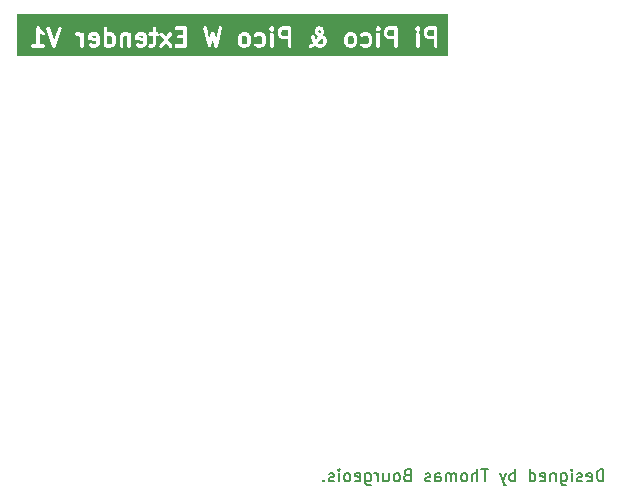
<source format=gbr>
%TF.GenerationSoftware,KiCad,Pcbnew,7.0.2*%
%TF.CreationDate,2023-10-08T18:29:29-07:00*%
%TF.ProjectId,Pi Pico Extender,50692050-6963-46f2-9045-7874656e6465,rev?*%
%TF.SameCoordinates,Original*%
%TF.FileFunction,Legend,Bot*%
%TF.FilePolarity,Positive*%
%FSLAX46Y46*%
G04 Gerber Fmt 4.6, Leading zero omitted, Abs format (unit mm)*
G04 Created by KiCad (PCBNEW 7.0.2) date 2023-10-08 18:29:29*
%MOMM*%
%LPD*%
G01*
G04 APERTURE LIST*
%ADD10C,0.150000*%
%ADD11C,0.300000*%
G04 APERTURE END LIST*
D10*
X175961904Y-118477619D02*
X175961904Y-117477619D01*
X175961904Y-117477619D02*
X175723809Y-117477619D01*
X175723809Y-117477619D02*
X175580952Y-117525238D01*
X175580952Y-117525238D02*
X175485714Y-117620476D01*
X175485714Y-117620476D02*
X175438095Y-117715714D01*
X175438095Y-117715714D02*
X175390476Y-117906190D01*
X175390476Y-117906190D02*
X175390476Y-118049047D01*
X175390476Y-118049047D02*
X175438095Y-118239523D01*
X175438095Y-118239523D02*
X175485714Y-118334761D01*
X175485714Y-118334761D02*
X175580952Y-118430000D01*
X175580952Y-118430000D02*
X175723809Y-118477619D01*
X175723809Y-118477619D02*
X175961904Y-118477619D01*
X174580952Y-118430000D02*
X174676190Y-118477619D01*
X174676190Y-118477619D02*
X174866666Y-118477619D01*
X174866666Y-118477619D02*
X174961904Y-118430000D01*
X174961904Y-118430000D02*
X175009523Y-118334761D01*
X175009523Y-118334761D02*
X175009523Y-117953809D01*
X175009523Y-117953809D02*
X174961904Y-117858571D01*
X174961904Y-117858571D02*
X174866666Y-117810952D01*
X174866666Y-117810952D02*
X174676190Y-117810952D01*
X174676190Y-117810952D02*
X174580952Y-117858571D01*
X174580952Y-117858571D02*
X174533333Y-117953809D01*
X174533333Y-117953809D02*
X174533333Y-118049047D01*
X174533333Y-118049047D02*
X175009523Y-118144285D01*
X174152380Y-118430000D02*
X174057142Y-118477619D01*
X174057142Y-118477619D02*
X173866666Y-118477619D01*
X173866666Y-118477619D02*
X173771428Y-118430000D01*
X173771428Y-118430000D02*
X173723809Y-118334761D01*
X173723809Y-118334761D02*
X173723809Y-118287142D01*
X173723809Y-118287142D02*
X173771428Y-118191904D01*
X173771428Y-118191904D02*
X173866666Y-118144285D01*
X173866666Y-118144285D02*
X174009523Y-118144285D01*
X174009523Y-118144285D02*
X174104761Y-118096666D01*
X174104761Y-118096666D02*
X174152380Y-118001428D01*
X174152380Y-118001428D02*
X174152380Y-117953809D01*
X174152380Y-117953809D02*
X174104761Y-117858571D01*
X174104761Y-117858571D02*
X174009523Y-117810952D01*
X174009523Y-117810952D02*
X173866666Y-117810952D01*
X173866666Y-117810952D02*
X173771428Y-117858571D01*
X173295237Y-118477619D02*
X173295237Y-117810952D01*
X173295237Y-117477619D02*
X173342856Y-117525238D01*
X173342856Y-117525238D02*
X173295237Y-117572857D01*
X173295237Y-117572857D02*
X173247618Y-117525238D01*
X173247618Y-117525238D02*
X173295237Y-117477619D01*
X173295237Y-117477619D02*
X173295237Y-117572857D01*
X172390476Y-117810952D02*
X172390476Y-118620476D01*
X172390476Y-118620476D02*
X172438095Y-118715714D01*
X172438095Y-118715714D02*
X172485714Y-118763333D01*
X172485714Y-118763333D02*
X172580952Y-118810952D01*
X172580952Y-118810952D02*
X172723809Y-118810952D01*
X172723809Y-118810952D02*
X172819047Y-118763333D01*
X172390476Y-118430000D02*
X172485714Y-118477619D01*
X172485714Y-118477619D02*
X172676190Y-118477619D01*
X172676190Y-118477619D02*
X172771428Y-118430000D01*
X172771428Y-118430000D02*
X172819047Y-118382380D01*
X172819047Y-118382380D02*
X172866666Y-118287142D01*
X172866666Y-118287142D02*
X172866666Y-118001428D01*
X172866666Y-118001428D02*
X172819047Y-117906190D01*
X172819047Y-117906190D02*
X172771428Y-117858571D01*
X172771428Y-117858571D02*
X172676190Y-117810952D01*
X172676190Y-117810952D02*
X172485714Y-117810952D01*
X172485714Y-117810952D02*
X172390476Y-117858571D01*
X171914285Y-117810952D02*
X171914285Y-118477619D01*
X171914285Y-117906190D02*
X171866666Y-117858571D01*
X171866666Y-117858571D02*
X171771428Y-117810952D01*
X171771428Y-117810952D02*
X171628571Y-117810952D01*
X171628571Y-117810952D02*
X171533333Y-117858571D01*
X171533333Y-117858571D02*
X171485714Y-117953809D01*
X171485714Y-117953809D02*
X171485714Y-118477619D01*
X170628571Y-118430000D02*
X170723809Y-118477619D01*
X170723809Y-118477619D02*
X170914285Y-118477619D01*
X170914285Y-118477619D02*
X171009523Y-118430000D01*
X171009523Y-118430000D02*
X171057142Y-118334761D01*
X171057142Y-118334761D02*
X171057142Y-117953809D01*
X171057142Y-117953809D02*
X171009523Y-117858571D01*
X171009523Y-117858571D02*
X170914285Y-117810952D01*
X170914285Y-117810952D02*
X170723809Y-117810952D01*
X170723809Y-117810952D02*
X170628571Y-117858571D01*
X170628571Y-117858571D02*
X170580952Y-117953809D01*
X170580952Y-117953809D02*
X170580952Y-118049047D01*
X170580952Y-118049047D02*
X171057142Y-118144285D01*
X169723809Y-118477619D02*
X169723809Y-117477619D01*
X169723809Y-118430000D02*
X169819047Y-118477619D01*
X169819047Y-118477619D02*
X170009523Y-118477619D01*
X170009523Y-118477619D02*
X170104761Y-118430000D01*
X170104761Y-118430000D02*
X170152380Y-118382380D01*
X170152380Y-118382380D02*
X170199999Y-118287142D01*
X170199999Y-118287142D02*
X170199999Y-118001428D01*
X170199999Y-118001428D02*
X170152380Y-117906190D01*
X170152380Y-117906190D02*
X170104761Y-117858571D01*
X170104761Y-117858571D02*
X170009523Y-117810952D01*
X170009523Y-117810952D02*
X169819047Y-117810952D01*
X169819047Y-117810952D02*
X169723809Y-117858571D01*
X168485713Y-118477619D02*
X168485713Y-117477619D01*
X168485713Y-117858571D02*
X168390475Y-117810952D01*
X168390475Y-117810952D02*
X168199999Y-117810952D01*
X168199999Y-117810952D02*
X168104761Y-117858571D01*
X168104761Y-117858571D02*
X168057142Y-117906190D01*
X168057142Y-117906190D02*
X168009523Y-118001428D01*
X168009523Y-118001428D02*
X168009523Y-118287142D01*
X168009523Y-118287142D02*
X168057142Y-118382380D01*
X168057142Y-118382380D02*
X168104761Y-118430000D01*
X168104761Y-118430000D02*
X168199999Y-118477619D01*
X168199999Y-118477619D02*
X168390475Y-118477619D01*
X168390475Y-118477619D02*
X168485713Y-118430000D01*
X167676189Y-117810952D02*
X167438094Y-118477619D01*
X167199999Y-117810952D02*
X167438094Y-118477619D01*
X167438094Y-118477619D02*
X167533332Y-118715714D01*
X167533332Y-118715714D02*
X167580951Y-118763333D01*
X167580951Y-118763333D02*
X167676189Y-118810952D01*
X166199998Y-117477619D02*
X165628570Y-117477619D01*
X165914284Y-118477619D02*
X165914284Y-117477619D01*
X165295236Y-118477619D02*
X165295236Y-117477619D01*
X164866665Y-118477619D02*
X164866665Y-117953809D01*
X164866665Y-117953809D02*
X164914284Y-117858571D01*
X164914284Y-117858571D02*
X165009522Y-117810952D01*
X165009522Y-117810952D02*
X165152379Y-117810952D01*
X165152379Y-117810952D02*
X165247617Y-117858571D01*
X165247617Y-117858571D02*
X165295236Y-117906190D01*
X164247617Y-118477619D02*
X164342855Y-118430000D01*
X164342855Y-118430000D02*
X164390474Y-118382380D01*
X164390474Y-118382380D02*
X164438093Y-118287142D01*
X164438093Y-118287142D02*
X164438093Y-118001428D01*
X164438093Y-118001428D02*
X164390474Y-117906190D01*
X164390474Y-117906190D02*
X164342855Y-117858571D01*
X164342855Y-117858571D02*
X164247617Y-117810952D01*
X164247617Y-117810952D02*
X164104760Y-117810952D01*
X164104760Y-117810952D02*
X164009522Y-117858571D01*
X164009522Y-117858571D02*
X163961903Y-117906190D01*
X163961903Y-117906190D02*
X163914284Y-118001428D01*
X163914284Y-118001428D02*
X163914284Y-118287142D01*
X163914284Y-118287142D02*
X163961903Y-118382380D01*
X163961903Y-118382380D02*
X164009522Y-118430000D01*
X164009522Y-118430000D02*
X164104760Y-118477619D01*
X164104760Y-118477619D02*
X164247617Y-118477619D01*
X163485712Y-118477619D02*
X163485712Y-117810952D01*
X163485712Y-117906190D02*
X163438093Y-117858571D01*
X163438093Y-117858571D02*
X163342855Y-117810952D01*
X163342855Y-117810952D02*
X163199998Y-117810952D01*
X163199998Y-117810952D02*
X163104760Y-117858571D01*
X163104760Y-117858571D02*
X163057141Y-117953809D01*
X163057141Y-117953809D02*
X163057141Y-118477619D01*
X163057141Y-117953809D02*
X163009522Y-117858571D01*
X163009522Y-117858571D02*
X162914284Y-117810952D01*
X162914284Y-117810952D02*
X162771427Y-117810952D01*
X162771427Y-117810952D02*
X162676188Y-117858571D01*
X162676188Y-117858571D02*
X162628569Y-117953809D01*
X162628569Y-117953809D02*
X162628569Y-118477619D01*
X161723808Y-118477619D02*
X161723808Y-117953809D01*
X161723808Y-117953809D02*
X161771427Y-117858571D01*
X161771427Y-117858571D02*
X161866665Y-117810952D01*
X161866665Y-117810952D02*
X162057141Y-117810952D01*
X162057141Y-117810952D02*
X162152379Y-117858571D01*
X161723808Y-118430000D02*
X161819046Y-118477619D01*
X161819046Y-118477619D02*
X162057141Y-118477619D01*
X162057141Y-118477619D02*
X162152379Y-118430000D01*
X162152379Y-118430000D02*
X162199998Y-118334761D01*
X162199998Y-118334761D02*
X162199998Y-118239523D01*
X162199998Y-118239523D02*
X162152379Y-118144285D01*
X162152379Y-118144285D02*
X162057141Y-118096666D01*
X162057141Y-118096666D02*
X161819046Y-118096666D01*
X161819046Y-118096666D02*
X161723808Y-118049047D01*
X161295236Y-118430000D02*
X161199998Y-118477619D01*
X161199998Y-118477619D02*
X161009522Y-118477619D01*
X161009522Y-118477619D02*
X160914284Y-118430000D01*
X160914284Y-118430000D02*
X160866665Y-118334761D01*
X160866665Y-118334761D02*
X160866665Y-118287142D01*
X160866665Y-118287142D02*
X160914284Y-118191904D01*
X160914284Y-118191904D02*
X161009522Y-118144285D01*
X161009522Y-118144285D02*
X161152379Y-118144285D01*
X161152379Y-118144285D02*
X161247617Y-118096666D01*
X161247617Y-118096666D02*
X161295236Y-118001428D01*
X161295236Y-118001428D02*
X161295236Y-117953809D01*
X161295236Y-117953809D02*
X161247617Y-117858571D01*
X161247617Y-117858571D02*
X161152379Y-117810952D01*
X161152379Y-117810952D02*
X161009522Y-117810952D01*
X161009522Y-117810952D02*
X160914284Y-117858571D01*
X159342855Y-117953809D02*
X159199998Y-118001428D01*
X159199998Y-118001428D02*
X159152379Y-118049047D01*
X159152379Y-118049047D02*
X159104760Y-118144285D01*
X159104760Y-118144285D02*
X159104760Y-118287142D01*
X159104760Y-118287142D02*
X159152379Y-118382380D01*
X159152379Y-118382380D02*
X159199998Y-118430000D01*
X159199998Y-118430000D02*
X159295236Y-118477619D01*
X159295236Y-118477619D02*
X159676188Y-118477619D01*
X159676188Y-118477619D02*
X159676188Y-117477619D01*
X159676188Y-117477619D02*
X159342855Y-117477619D01*
X159342855Y-117477619D02*
X159247617Y-117525238D01*
X159247617Y-117525238D02*
X159199998Y-117572857D01*
X159199998Y-117572857D02*
X159152379Y-117668095D01*
X159152379Y-117668095D02*
X159152379Y-117763333D01*
X159152379Y-117763333D02*
X159199998Y-117858571D01*
X159199998Y-117858571D02*
X159247617Y-117906190D01*
X159247617Y-117906190D02*
X159342855Y-117953809D01*
X159342855Y-117953809D02*
X159676188Y-117953809D01*
X158533331Y-118477619D02*
X158628569Y-118430000D01*
X158628569Y-118430000D02*
X158676188Y-118382380D01*
X158676188Y-118382380D02*
X158723807Y-118287142D01*
X158723807Y-118287142D02*
X158723807Y-118001428D01*
X158723807Y-118001428D02*
X158676188Y-117906190D01*
X158676188Y-117906190D02*
X158628569Y-117858571D01*
X158628569Y-117858571D02*
X158533331Y-117810952D01*
X158533331Y-117810952D02*
X158390474Y-117810952D01*
X158390474Y-117810952D02*
X158295236Y-117858571D01*
X158295236Y-117858571D02*
X158247617Y-117906190D01*
X158247617Y-117906190D02*
X158199998Y-118001428D01*
X158199998Y-118001428D02*
X158199998Y-118287142D01*
X158199998Y-118287142D02*
X158247617Y-118382380D01*
X158247617Y-118382380D02*
X158295236Y-118430000D01*
X158295236Y-118430000D02*
X158390474Y-118477619D01*
X158390474Y-118477619D02*
X158533331Y-118477619D01*
X157342855Y-117810952D02*
X157342855Y-118477619D01*
X157771426Y-117810952D02*
X157771426Y-118334761D01*
X157771426Y-118334761D02*
X157723807Y-118430000D01*
X157723807Y-118430000D02*
X157628569Y-118477619D01*
X157628569Y-118477619D02*
X157485712Y-118477619D01*
X157485712Y-118477619D02*
X157390474Y-118430000D01*
X157390474Y-118430000D02*
X157342855Y-118382380D01*
X156866664Y-118477619D02*
X156866664Y-117810952D01*
X156866664Y-118001428D02*
X156819045Y-117906190D01*
X156819045Y-117906190D02*
X156771426Y-117858571D01*
X156771426Y-117858571D02*
X156676188Y-117810952D01*
X156676188Y-117810952D02*
X156580950Y-117810952D01*
X155819045Y-117810952D02*
X155819045Y-118620476D01*
X155819045Y-118620476D02*
X155866664Y-118715714D01*
X155866664Y-118715714D02*
X155914283Y-118763333D01*
X155914283Y-118763333D02*
X156009521Y-118810952D01*
X156009521Y-118810952D02*
X156152378Y-118810952D01*
X156152378Y-118810952D02*
X156247616Y-118763333D01*
X155819045Y-118430000D02*
X155914283Y-118477619D01*
X155914283Y-118477619D02*
X156104759Y-118477619D01*
X156104759Y-118477619D02*
X156199997Y-118430000D01*
X156199997Y-118430000D02*
X156247616Y-118382380D01*
X156247616Y-118382380D02*
X156295235Y-118287142D01*
X156295235Y-118287142D02*
X156295235Y-118001428D01*
X156295235Y-118001428D02*
X156247616Y-117906190D01*
X156247616Y-117906190D02*
X156199997Y-117858571D01*
X156199997Y-117858571D02*
X156104759Y-117810952D01*
X156104759Y-117810952D02*
X155914283Y-117810952D01*
X155914283Y-117810952D02*
X155819045Y-117858571D01*
X154961902Y-118430000D02*
X155057140Y-118477619D01*
X155057140Y-118477619D02*
X155247616Y-118477619D01*
X155247616Y-118477619D02*
X155342854Y-118430000D01*
X155342854Y-118430000D02*
X155390473Y-118334761D01*
X155390473Y-118334761D02*
X155390473Y-117953809D01*
X155390473Y-117953809D02*
X155342854Y-117858571D01*
X155342854Y-117858571D02*
X155247616Y-117810952D01*
X155247616Y-117810952D02*
X155057140Y-117810952D01*
X155057140Y-117810952D02*
X154961902Y-117858571D01*
X154961902Y-117858571D02*
X154914283Y-117953809D01*
X154914283Y-117953809D02*
X154914283Y-118049047D01*
X154914283Y-118049047D02*
X155390473Y-118144285D01*
X154342854Y-118477619D02*
X154438092Y-118430000D01*
X154438092Y-118430000D02*
X154485711Y-118382380D01*
X154485711Y-118382380D02*
X154533330Y-118287142D01*
X154533330Y-118287142D02*
X154533330Y-118001428D01*
X154533330Y-118001428D02*
X154485711Y-117906190D01*
X154485711Y-117906190D02*
X154438092Y-117858571D01*
X154438092Y-117858571D02*
X154342854Y-117810952D01*
X154342854Y-117810952D02*
X154199997Y-117810952D01*
X154199997Y-117810952D02*
X154104759Y-117858571D01*
X154104759Y-117858571D02*
X154057140Y-117906190D01*
X154057140Y-117906190D02*
X154009521Y-118001428D01*
X154009521Y-118001428D02*
X154009521Y-118287142D01*
X154009521Y-118287142D02*
X154057140Y-118382380D01*
X154057140Y-118382380D02*
X154104759Y-118430000D01*
X154104759Y-118430000D02*
X154199997Y-118477619D01*
X154199997Y-118477619D02*
X154342854Y-118477619D01*
X153580949Y-118477619D02*
X153580949Y-117810952D01*
X153580949Y-117477619D02*
X153628568Y-117525238D01*
X153628568Y-117525238D02*
X153580949Y-117572857D01*
X153580949Y-117572857D02*
X153533330Y-117525238D01*
X153533330Y-117525238D02*
X153580949Y-117477619D01*
X153580949Y-117477619D02*
X153580949Y-117572857D01*
X153152378Y-118430000D02*
X153057140Y-118477619D01*
X153057140Y-118477619D02*
X152866664Y-118477619D01*
X152866664Y-118477619D02*
X152771426Y-118430000D01*
X152771426Y-118430000D02*
X152723807Y-118334761D01*
X152723807Y-118334761D02*
X152723807Y-118287142D01*
X152723807Y-118287142D02*
X152771426Y-118191904D01*
X152771426Y-118191904D02*
X152866664Y-118144285D01*
X152866664Y-118144285D02*
X153009521Y-118144285D01*
X153009521Y-118144285D02*
X153104759Y-118096666D01*
X153104759Y-118096666D02*
X153152378Y-118001428D01*
X153152378Y-118001428D02*
X153152378Y-117953809D01*
X153152378Y-117953809D02*
X153104759Y-117858571D01*
X153104759Y-117858571D02*
X153009521Y-117810952D01*
X153009521Y-117810952D02*
X152866664Y-117810952D01*
X152866664Y-117810952D02*
X152771426Y-117858571D01*
X152295235Y-118382380D02*
X152247616Y-118430000D01*
X152247616Y-118430000D02*
X152295235Y-118477619D01*
X152295235Y-118477619D02*
X152342854Y-118430000D01*
X152342854Y-118430000D02*
X152295235Y-118382380D01*
X152295235Y-118382380D02*
X152295235Y-118477619D01*
D11*
G36*
X132992367Y-80787660D02*
G01*
X133025599Y-80854124D01*
X133025599Y-80921457D01*
X132618369Y-80840011D01*
X132644545Y-80787659D01*
X132711009Y-80754428D01*
X132925903Y-80754428D01*
X132992367Y-80787660D01*
G37*
G36*
X134301032Y-80799135D02*
G01*
X134338035Y-80836138D01*
X134382742Y-80925552D01*
X134382742Y-81283304D01*
X134338035Y-81372717D01*
X134301030Y-81409722D01*
X134211618Y-81454428D01*
X133996724Y-81454428D01*
X133968457Y-81440294D01*
X133968457Y-80768561D01*
X133996724Y-80754428D01*
X134211617Y-80754428D01*
X134301032Y-80799135D01*
G37*
G36*
X136992367Y-80787660D02*
G01*
X137025599Y-80854124D01*
X137025599Y-80921457D01*
X136618369Y-80840011D01*
X136644545Y-80787659D01*
X136711009Y-80754428D01*
X136925903Y-80754428D01*
X136992367Y-80787660D01*
G37*
G36*
X145729604Y-80799135D02*
G01*
X145766607Y-80836138D01*
X145811314Y-80925552D01*
X145811314Y-81283303D01*
X145766606Y-81372718D01*
X145729602Y-81409722D01*
X145640190Y-81454428D01*
X145496724Y-81454428D01*
X145407309Y-81409720D01*
X145370307Y-81372718D01*
X145325600Y-81283304D01*
X145325600Y-80925552D01*
X145370307Y-80836138D01*
X145407311Y-80799134D01*
X145496724Y-80754428D01*
X145640189Y-80754428D01*
X145729604Y-80799135D01*
G37*
G36*
X152151465Y-81006709D02*
G01*
X152195179Y-81050424D01*
X152239886Y-81139837D01*
X152239886Y-81283303D01*
X152195179Y-81372716D01*
X152158174Y-81409722D01*
X152068762Y-81454428D01*
X151925296Y-81454428D01*
X151835882Y-81409721D01*
X151789203Y-81363041D01*
X151776548Y-81346168D01*
X152053836Y-81013422D01*
X152061690Y-81009994D01*
X152081676Y-80980014D01*
X152090355Y-80969600D01*
X152091576Y-80966783D01*
X152151465Y-81006709D01*
G37*
G36*
X151992368Y-80287660D02*
G01*
X152025600Y-80354123D01*
X152025600Y-80437228D01*
X151991504Y-80539515D01*
X151914023Y-80487862D01*
X151870307Y-80444145D01*
X151825600Y-80354731D01*
X151825600Y-80354125D01*
X151858832Y-80287659D01*
X151925296Y-80254428D01*
X151925903Y-80254428D01*
X151992368Y-80287660D01*
G37*
G36*
X154729604Y-80799135D02*
G01*
X154766607Y-80836138D01*
X154811314Y-80925552D01*
X154811314Y-81283303D01*
X154766606Y-81372718D01*
X154729602Y-81409722D01*
X154640190Y-81454428D01*
X154496724Y-81454428D01*
X154407309Y-81409720D01*
X154370307Y-81372718D01*
X154325600Y-81283304D01*
X154325600Y-80925553D01*
X154370307Y-80836139D01*
X154407311Y-80799134D01*
X154496724Y-80754428D01*
X154640189Y-80754428D01*
X154729604Y-80799135D01*
G37*
G36*
X149239886Y-80740142D02*
G01*
X148853867Y-80740142D01*
X148764453Y-80695435D01*
X148727448Y-80658430D01*
X148682743Y-80569017D01*
X148682743Y-80425551D01*
X148727449Y-80336138D01*
X148764453Y-80299134D01*
X148853867Y-80254428D01*
X149239886Y-80254428D01*
X149239886Y-80740142D01*
G37*
G36*
X158239886Y-80740142D02*
G01*
X157853867Y-80740142D01*
X157764453Y-80695435D01*
X157727448Y-80658430D01*
X157682743Y-80569017D01*
X157682743Y-80425551D01*
X157727449Y-80336138D01*
X157764453Y-80299134D01*
X157853867Y-80254428D01*
X158239886Y-80254428D01*
X158239886Y-80740142D01*
G37*
G36*
X161597029Y-80740142D02*
G01*
X161211010Y-80740142D01*
X161121596Y-80695435D01*
X161084591Y-80658430D01*
X161039886Y-80569017D01*
X161039886Y-80425551D01*
X161084592Y-80336138D01*
X161121596Y-80299134D01*
X161211010Y-80254428D01*
X161597029Y-80254428D01*
X161597029Y-80740142D01*
G37*
G36*
X162768458Y-82452286D02*
G01*
X126275601Y-82452286D01*
X126275601Y-81626677D01*
X127520858Y-81626677D01*
X127557451Y-81706804D01*
X127631556Y-81754428D01*
X128093441Y-81754428D01*
X128126421Y-81759170D01*
X128136804Y-81754428D01*
X128554311Y-81754428D01*
X128617263Y-81735944D01*
X128674948Y-81669371D01*
X128687485Y-81582179D01*
X128650892Y-81502052D01*
X128576787Y-81454428D01*
X128254172Y-81454428D01*
X128254172Y-80537989D01*
X128270519Y-80554336D01*
X128283409Y-80576038D01*
X128320379Y-80594523D01*
X128356655Y-80614331D01*
X128359577Y-80614122D01*
X128484951Y-80676809D01*
X128549524Y-80688430D01*
X128630891Y-80654683D01*
X128681098Y-80582303D01*
X128684203Y-80494270D01*
X128639219Y-80418533D01*
X128478741Y-80338294D01*
X128363598Y-80223151D01*
X128288216Y-80110078D01*
X128805084Y-80110078D01*
X129310430Y-81626119D01*
X129309819Y-81643022D01*
X129324090Y-81667100D01*
X129325832Y-81672324D01*
X129335041Y-81685575D01*
X129354734Y-81718799D01*
X129359946Y-81721411D01*
X129363275Y-81726200D01*
X129398958Y-81740961D01*
X129433488Y-81758265D01*
X129439287Y-81757644D01*
X129444673Y-81759872D01*
X129482670Y-81752999D01*
X129521074Y-81748888D01*
X129525614Y-81745232D01*
X129531355Y-81744194D01*
X129559615Y-81717858D01*
X129589689Y-81693646D01*
X129591532Y-81688114D01*
X129595798Y-81684140D01*
X129605330Y-81646722D01*
X129945345Y-80626677D01*
X131235143Y-80626677D01*
X131271736Y-80706804D01*
X131345841Y-80754428D01*
X131497332Y-80754428D01*
X131586746Y-80799135D01*
X131623750Y-80836139D01*
X131668457Y-80925551D01*
X131668457Y-81625996D01*
X131686941Y-81688948D01*
X131753514Y-81746633D01*
X131840706Y-81759170D01*
X131920833Y-81722577D01*
X131968457Y-81648472D01*
X131968456Y-80953041D01*
X132305214Y-80953041D01*
X132311314Y-80978975D01*
X132311314Y-80983139D01*
X132316235Y-80999900D01*
X132325382Y-81038788D01*
X132328554Y-81041855D01*
X132329798Y-81046091D01*
X132359995Y-81072256D01*
X132388708Y-81100020D01*
X132393035Y-81100885D01*
X132396371Y-81103776D01*
X132435923Y-81109463D01*
X133025599Y-81227398D01*
X133025599Y-81354732D01*
X132992367Y-81421196D01*
X132925904Y-81454428D01*
X132711009Y-81454428D01*
X132580533Y-81389190D01*
X132515960Y-81377570D01*
X132434593Y-81411317D01*
X132384386Y-81483698D01*
X132381282Y-81571730D01*
X132426266Y-81647467D01*
X132601293Y-81734980D01*
X132631555Y-81754428D01*
X132662207Y-81754428D01*
X132692381Y-81759858D01*
X132705473Y-81754428D01*
X132953238Y-81754428D01*
X132989001Y-81758289D01*
X133016415Y-81744581D01*
X133045834Y-81735944D01*
X133055115Y-81725232D01*
X133137074Y-81684253D01*
X133142902Y-81684459D01*
X133176106Y-81664737D01*
X133190544Y-81657519D01*
X133194577Y-81653766D01*
X133218639Y-81639476D01*
X133226201Y-81624351D01*
X133238584Y-81612833D01*
X133245517Y-81585717D01*
X133306152Y-81464445D01*
X133325599Y-81434186D01*
X133325598Y-81403534D01*
X133331029Y-81373360D01*
X133325599Y-81360268D01*
X133325599Y-81130194D01*
X133331700Y-81112959D01*
X133325598Y-81087019D01*
X133325599Y-80826790D01*
X133329460Y-80791027D01*
X133315752Y-80763612D01*
X133307115Y-80734194D01*
X133296403Y-80724912D01*
X133274631Y-80681367D01*
X133662222Y-80681367D01*
X133668457Y-80700128D01*
X133668457Y-81530323D01*
X133666997Y-81571730D01*
X133668457Y-81574188D01*
X133668457Y-81625996D01*
X133686941Y-81688948D01*
X133753514Y-81746633D01*
X133840706Y-81759170D01*
X133889777Y-81736759D01*
X133917270Y-81754428D01*
X133947922Y-81754428D01*
X133978096Y-81759858D01*
X133991188Y-81754428D01*
X134238952Y-81754428D01*
X134274715Y-81758289D01*
X134302129Y-81744581D01*
X134331548Y-81735944D01*
X134340829Y-81725232D01*
X134440145Y-81675574D01*
X134464807Y-81670210D01*
X134494018Y-81640998D01*
X134524298Y-81612833D01*
X134525024Y-81609992D01*
X134554081Y-81580935D01*
X134575781Y-81568047D01*
X134594255Y-81531097D01*
X134614075Y-81494802D01*
X134613865Y-81491877D01*
X134663294Y-81393019D01*
X134682742Y-81362758D01*
X134682742Y-81332106D01*
X134688172Y-81301932D01*
X134682742Y-81288839D01*
X134682742Y-80898218D01*
X134686603Y-80862455D01*
X134673123Y-80835496D01*
X135020170Y-80835496D01*
X135025600Y-80848588D01*
X135025600Y-81625996D01*
X135044084Y-81688948D01*
X135110657Y-81746633D01*
X135197849Y-81759170D01*
X135277976Y-81722577D01*
X135325600Y-81648472D01*
X135325600Y-80854123D01*
X135358831Y-80787659D01*
X135425295Y-80754428D01*
X135568760Y-80754428D01*
X135658175Y-80799135D01*
X135668457Y-80809417D01*
X135668457Y-81625996D01*
X135686941Y-81688948D01*
X135753514Y-81746633D01*
X135840706Y-81759170D01*
X135920833Y-81722577D01*
X135968457Y-81648472D01*
X135968457Y-80953041D01*
X136305214Y-80953041D01*
X136311314Y-80978975D01*
X136311314Y-80983139D01*
X136316235Y-80999900D01*
X136325382Y-81038788D01*
X136328554Y-81041855D01*
X136329798Y-81046091D01*
X136359995Y-81072256D01*
X136388708Y-81100020D01*
X136393035Y-81100885D01*
X136396371Y-81103776D01*
X136435923Y-81109463D01*
X137025599Y-81227398D01*
X137025599Y-81354732D01*
X136992367Y-81421196D01*
X136925904Y-81454428D01*
X136711009Y-81454428D01*
X136580533Y-81389190D01*
X136515960Y-81377570D01*
X136434593Y-81411317D01*
X136384386Y-81483698D01*
X136381282Y-81571730D01*
X136426266Y-81647467D01*
X136601293Y-81734980D01*
X136631555Y-81754428D01*
X136662207Y-81754428D01*
X136692381Y-81759858D01*
X136705473Y-81754428D01*
X136953238Y-81754428D01*
X136989001Y-81758289D01*
X137016415Y-81744581D01*
X137045834Y-81735944D01*
X137055115Y-81725232D01*
X137137074Y-81684253D01*
X137142902Y-81684459D01*
X137176106Y-81664737D01*
X137190544Y-81657519D01*
X137194577Y-81653766D01*
X137218639Y-81639476D01*
X137225038Y-81626677D01*
X137449429Y-81626677D01*
X137486022Y-81706804D01*
X137560127Y-81754428D01*
X137738952Y-81754428D01*
X137774715Y-81758289D01*
X137802129Y-81744581D01*
X137831548Y-81735944D01*
X137840829Y-81725232D01*
X137922786Y-81684254D01*
X137928615Y-81684460D01*
X137961819Y-81664737D01*
X137976258Y-81657519D01*
X137980292Y-81653766D01*
X138004352Y-81639476D01*
X138011913Y-81624352D01*
X138024298Y-81612833D01*
X138030230Y-81589634D01*
X138377111Y-81589634D01*
X138393820Y-81676123D01*
X138454635Y-81739850D01*
X138540248Y-81760581D01*
X138623479Y-81731734D01*
X138925599Y-81347216D01*
X139213834Y-81714060D01*
X139267262Y-81752141D01*
X139355248Y-81756369D01*
X139431554Y-81712358D01*
X139471952Y-81634080D01*
X139471248Y-81626677D01*
X139663715Y-81626677D01*
X139700308Y-81706804D01*
X139774413Y-81754428D01*
X140522012Y-81754428D01*
X140554992Y-81759170D01*
X140585298Y-81745329D01*
X140617263Y-81735944D01*
X140624737Y-81727318D01*
X140635119Y-81722577D01*
X140653131Y-81694549D01*
X140674948Y-81669371D01*
X140676572Y-81658073D01*
X140682743Y-81648472D01*
X140682743Y-81615158D01*
X140687485Y-81582179D01*
X140682743Y-81571795D01*
X140682743Y-80829444D01*
X140687485Y-80796465D01*
X140682743Y-80786081D01*
X140682743Y-80115158D01*
X140685451Y-80096325D01*
X142090907Y-80096325D01*
X142454610Y-81623882D01*
X142455318Y-81652207D01*
X142476808Y-81683876D01*
X142495808Y-81717112D01*
X142501303Y-81719974D01*
X142504780Y-81725098D01*
X142539983Y-81740123D01*
X142573932Y-81757808D01*
X142580098Y-81757245D01*
X142585797Y-81759678D01*
X142623540Y-81753284D01*
X142661656Y-81749809D01*
X142666541Y-81746000D01*
X142672648Y-81744966D01*
X142700933Y-81719190D01*
X142731129Y-81695652D01*
X142733180Y-81689805D01*
X142737758Y-81685634D01*
X142747620Y-81648650D01*
X142760293Y-81612532D01*
X142758858Y-81606507D01*
X142889885Y-81115155D01*
X143026615Y-81627891D01*
X143028084Y-81656188D01*
X143050419Y-81687272D01*
X143070302Y-81719981D01*
X143075871Y-81722694D01*
X143079485Y-81727724D01*
X143115079Y-81741798D01*
X143149491Y-81758565D01*
X143155641Y-81757837D01*
X143161403Y-81760115D01*
X143198959Y-81752710D01*
X143236969Y-81748212D01*
X143241750Y-81744273D01*
X143247826Y-81743076D01*
X143275407Y-81716551D01*
X143304962Y-81692209D01*
X143306855Y-81686309D01*
X143311319Y-81682017D01*
X143320182Y-81644790D01*
X143331884Y-81608335D01*
X143330287Y-81602348D01*
X143495865Y-80906923D01*
X145020170Y-80906923D01*
X145025600Y-80920015D01*
X145025600Y-81310638D01*
X145021739Y-81346402D01*
X145035446Y-81373816D01*
X145044084Y-81403234D01*
X145054796Y-81412516D01*
X145104454Y-81511830D01*
X145109819Y-81536492D01*
X145139025Y-81565698D01*
X145167196Y-81595984D01*
X145170036Y-81596710D01*
X145199091Y-81625766D01*
X145211981Y-81647467D01*
X145248939Y-81665946D01*
X145285225Y-81685760D01*
X145288149Y-81685550D01*
X145387008Y-81734980D01*
X145417270Y-81754428D01*
X145447922Y-81754428D01*
X145478096Y-81759858D01*
X145491188Y-81754428D01*
X145667524Y-81754428D01*
X145703287Y-81758289D01*
X145730701Y-81744581D01*
X145760120Y-81735944D01*
X145769401Y-81725232D01*
X145868717Y-81675574D01*
X145893379Y-81670210D01*
X145922590Y-81640998D01*
X145952870Y-81612833D01*
X145953596Y-81609992D01*
X145982653Y-81580935D01*
X146004353Y-81568047D01*
X146022827Y-81531097D01*
X146042647Y-81494802D01*
X146042437Y-81491877D01*
X146091866Y-81393019D01*
X146111314Y-81362758D01*
X146111314Y-81332106D01*
X146116744Y-81301932D01*
X146111314Y-81288839D01*
X146111314Y-80898218D01*
X146115175Y-80862455D01*
X146101467Y-80835040D01*
X146092830Y-80805622D01*
X146082118Y-80796340D01*
X146032460Y-80697022D01*
X146029054Y-80681367D01*
X146376508Y-80681367D01*
X146404288Y-80764960D01*
X146472852Y-80820263D01*
X146560431Y-80829718D01*
X146711010Y-80754428D01*
X146925903Y-80754428D01*
X147015318Y-80799135D01*
X147052321Y-80836138D01*
X147097028Y-80925552D01*
X147097028Y-81283304D01*
X147052320Y-81372718D01*
X147015316Y-81409722D01*
X146925904Y-81454428D01*
X146711010Y-81454428D01*
X146580534Y-81389190D01*
X146515961Y-81377570D01*
X146434594Y-81411317D01*
X146384387Y-81483698D01*
X146381283Y-81571730D01*
X146426267Y-81647467D01*
X146601294Y-81734980D01*
X146631556Y-81754428D01*
X146662208Y-81754428D01*
X146692382Y-81759858D01*
X146705474Y-81754428D01*
X146953238Y-81754428D01*
X146989001Y-81758289D01*
X147016415Y-81744581D01*
X147045834Y-81735944D01*
X147055115Y-81725232D01*
X147154431Y-81675574D01*
X147179093Y-81670210D01*
X147208304Y-81640998D01*
X147224433Y-81625996D01*
X147739886Y-81625996D01*
X147758370Y-81688948D01*
X147824943Y-81746633D01*
X147912135Y-81759170D01*
X147992262Y-81722577D01*
X148039886Y-81648472D01*
X148039886Y-80582860D01*
X148021402Y-80519908D01*
X147954829Y-80462223D01*
X147867637Y-80449686D01*
X147787510Y-80486279D01*
X147739886Y-80560384D01*
X147739886Y-81625996D01*
X147224433Y-81625996D01*
X147238584Y-81612833D01*
X147239310Y-81609992D01*
X147268367Y-81580935D01*
X147290067Y-81568047D01*
X147308541Y-81531097D01*
X147328361Y-81494802D01*
X147328151Y-81491877D01*
X147377580Y-81393019D01*
X147397028Y-81362758D01*
X147397028Y-81332106D01*
X147402458Y-81301932D01*
X147397028Y-81288839D01*
X147397028Y-80898218D01*
X147400889Y-80862455D01*
X147387181Y-80835040D01*
X147378544Y-80805622D01*
X147367832Y-80796340D01*
X147318174Y-80697022D01*
X147312809Y-80672362D01*
X147283601Y-80643154D01*
X147255433Y-80612872D01*
X147252592Y-80612145D01*
X147223534Y-80583088D01*
X147210647Y-80561390D01*
X147173697Y-80542915D01*
X147137401Y-80523096D01*
X147134477Y-80523305D01*
X147035623Y-80473878D01*
X147005358Y-80454428D01*
X146974705Y-80454428D01*
X146944533Y-80448998D01*
X146931441Y-80454428D01*
X146683675Y-80454428D01*
X146647911Y-80450567D01*
X146620495Y-80464275D01*
X146591080Y-80472912D01*
X146581798Y-80483623D01*
X146446370Y-80551339D01*
X146398330Y-80596024D01*
X146376508Y-80681367D01*
X146029054Y-80681367D01*
X146027095Y-80672362D01*
X145997887Y-80643154D01*
X145969719Y-80612872D01*
X145966878Y-80612145D01*
X145937820Y-80583088D01*
X145924933Y-80561390D01*
X145887983Y-80542915D01*
X145851687Y-80523096D01*
X145848763Y-80523305D01*
X145749909Y-80473878D01*
X145719644Y-80454428D01*
X145688991Y-80454428D01*
X145658819Y-80448998D01*
X145645727Y-80454428D01*
X145469389Y-80454428D01*
X145433625Y-80450567D01*
X145406209Y-80464275D01*
X145376794Y-80472912D01*
X145367512Y-80483623D01*
X145268197Y-80533281D01*
X145243534Y-80538647D01*
X145214303Y-80567877D01*
X145184044Y-80596024D01*
X145183317Y-80598863D01*
X145154260Y-80627921D01*
X145132562Y-80640809D01*
X145114086Y-80677760D01*
X145094268Y-80714054D01*
X145094477Y-80716978D01*
X145045050Y-80815832D01*
X145025600Y-80846098D01*
X145025600Y-80876751D01*
X145020170Y-80906923D01*
X143495865Y-80906923D01*
X143614913Y-80406924D01*
X148377313Y-80406924D01*
X148382743Y-80420016D01*
X148382743Y-80596351D01*
X148378882Y-80632115D01*
X148392589Y-80659529D01*
X148401227Y-80688948D01*
X148411938Y-80698229D01*
X148461596Y-80797545D01*
X148466961Y-80822207D01*
X148496166Y-80851412D01*
X148524338Y-80881698D01*
X148527178Y-80882424D01*
X148556235Y-80911481D01*
X148569124Y-80933181D01*
X148606073Y-80951655D01*
X148642369Y-80971475D01*
X148645293Y-80971265D01*
X148744151Y-81020694D01*
X148774413Y-81040142D01*
X148805065Y-81040142D01*
X148835239Y-81045572D01*
X148848331Y-81040142D01*
X149239886Y-81040142D01*
X149239886Y-81625996D01*
X149258370Y-81688948D01*
X149324943Y-81746633D01*
X149412135Y-81759170D01*
X149492262Y-81722577D01*
X149539886Y-81648472D01*
X149539886Y-81626677D01*
X151020858Y-81626677D01*
X151057451Y-81706804D01*
X151131556Y-81754428D01*
X151238953Y-81754428D01*
X151274716Y-81758289D01*
X151302130Y-81744581D01*
X151331549Y-81735944D01*
X151340830Y-81725232D01*
X151440146Y-81675575D01*
X151464809Y-81670210D01*
X151494030Y-81640987D01*
X151524299Y-81612833D01*
X151525025Y-81609993D01*
X151567534Y-81567483D01*
X151568541Y-81568826D01*
X151577172Y-81575275D01*
X151627664Y-81625767D01*
X151640553Y-81647467D01*
X151677502Y-81665941D01*
X151713798Y-81685761D01*
X151716722Y-81685551D01*
X151815580Y-81734980D01*
X151845842Y-81754428D01*
X151876494Y-81754428D01*
X151906668Y-81759858D01*
X151919760Y-81754428D01*
X152096098Y-81754428D01*
X152131858Y-81758289D01*
X152159273Y-81744581D01*
X152188691Y-81735944D01*
X152197972Y-81725232D01*
X152297291Y-81675574D01*
X152321952Y-81670209D01*
X152351150Y-81641010D01*
X152381442Y-81612834D01*
X152382168Y-81609990D01*
X152411221Y-81580937D01*
X152432924Y-81568048D01*
X152451411Y-81531073D01*
X152471218Y-81494801D01*
X152471008Y-81491878D01*
X152520438Y-81393019D01*
X152539886Y-81362758D01*
X152539886Y-81332105D01*
X152545316Y-81301933D01*
X152539886Y-81288840D01*
X152539886Y-81112502D01*
X152543747Y-81076739D01*
X152530038Y-81049323D01*
X152521402Y-81019908D01*
X152510690Y-81010626D01*
X152461031Y-80911311D01*
X152460077Y-80906923D01*
X154020170Y-80906923D01*
X154025600Y-80920015D01*
X154025600Y-81310638D01*
X154021739Y-81346402D01*
X154035446Y-81373816D01*
X154044084Y-81403234D01*
X154054796Y-81412516D01*
X154104454Y-81511830D01*
X154109819Y-81536492D01*
X154139025Y-81565698D01*
X154167196Y-81595984D01*
X154170036Y-81596710D01*
X154199091Y-81625766D01*
X154211981Y-81647467D01*
X154248939Y-81665946D01*
X154285225Y-81685760D01*
X154288149Y-81685550D01*
X154387008Y-81734980D01*
X154417270Y-81754428D01*
X154447922Y-81754428D01*
X154478096Y-81759858D01*
X154491188Y-81754428D01*
X154667524Y-81754428D01*
X154703287Y-81758289D01*
X154730701Y-81744581D01*
X154760120Y-81735944D01*
X154769401Y-81725232D01*
X154868717Y-81675574D01*
X154893379Y-81670210D01*
X154922590Y-81640998D01*
X154952870Y-81612833D01*
X154953596Y-81609992D01*
X154982653Y-81580935D01*
X155004353Y-81568047D01*
X155022827Y-81531097D01*
X155042647Y-81494802D01*
X155042437Y-81491877D01*
X155091866Y-81393019D01*
X155111314Y-81362758D01*
X155111314Y-81332106D01*
X155116744Y-81301932D01*
X155111314Y-81288839D01*
X155111314Y-80898218D01*
X155115175Y-80862455D01*
X155101467Y-80835040D01*
X155092830Y-80805622D01*
X155082118Y-80796340D01*
X155032460Y-80697022D01*
X155029054Y-80681367D01*
X155376508Y-80681367D01*
X155404288Y-80764960D01*
X155472852Y-80820263D01*
X155560431Y-80829718D01*
X155711010Y-80754428D01*
X155925903Y-80754428D01*
X156015318Y-80799135D01*
X156052321Y-80836138D01*
X156097028Y-80925552D01*
X156097028Y-81283303D01*
X156052320Y-81372718D01*
X156015316Y-81409722D01*
X155925904Y-81454428D01*
X155711010Y-81454428D01*
X155580534Y-81389190D01*
X155515961Y-81377570D01*
X155434594Y-81411317D01*
X155384387Y-81483698D01*
X155381283Y-81571730D01*
X155426267Y-81647467D01*
X155601294Y-81734980D01*
X155631556Y-81754428D01*
X155662208Y-81754428D01*
X155692382Y-81759858D01*
X155705474Y-81754428D01*
X155953238Y-81754428D01*
X155989001Y-81758289D01*
X156016415Y-81744581D01*
X156045834Y-81735944D01*
X156055115Y-81725232D01*
X156154431Y-81675574D01*
X156179093Y-81670210D01*
X156208304Y-81640998D01*
X156224433Y-81625996D01*
X156739886Y-81625996D01*
X156758370Y-81688948D01*
X156824943Y-81746633D01*
X156912135Y-81759170D01*
X156992262Y-81722577D01*
X157039886Y-81648472D01*
X157039886Y-80582860D01*
X157021402Y-80519908D01*
X156954829Y-80462223D01*
X156867637Y-80449686D01*
X156787510Y-80486279D01*
X156739886Y-80560384D01*
X156739886Y-81625996D01*
X156224433Y-81625996D01*
X156238584Y-81612833D01*
X156239310Y-81609992D01*
X156268367Y-81580935D01*
X156290067Y-81568047D01*
X156308541Y-81531097D01*
X156328361Y-81494802D01*
X156328151Y-81491877D01*
X156377580Y-81393019D01*
X156397028Y-81362758D01*
X156397028Y-81332106D01*
X156402458Y-81301932D01*
X156397028Y-81288839D01*
X156397028Y-80898218D01*
X156400889Y-80862455D01*
X156387181Y-80835040D01*
X156378544Y-80805622D01*
X156367832Y-80796340D01*
X156318174Y-80697022D01*
X156312809Y-80672362D01*
X156283601Y-80643154D01*
X156255433Y-80612872D01*
X156252592Y-80612145D01*
X156223534Y-80583088D01*
X156210647Y-80561390D01*
X156173697Y-80542915D01*
X156137401Y-80523096D01*
X156134477Y-80523305D01*
X156035623Y-80473878D01*
X156005358Y-80454428D01*
X155974705Y-80454428D01*
X155944533Y-80448998D01*
X155931441Y-80454428D01*
X155683675Y-80454428D01*
X155647911Y-80450567D01*
X155620495Y-80464275D01*
X155591080Y-80472912D01*
X155581798Y-80483623D01*
X155446370Y-80551339D01*
X155398330Y-80596024D01*
X155376508Y-80681367D01*
X155029054Y-80681367D01*
X155027095Y-80672362D01*
X154997887Y-80643154D01*
X154969719Y-80612872D01*
X154966878Y-80612145D01*
X154937820Y-80583088D01*
X154924933Y-80561390D01*
X154887983Y-80542915D01*
X154851687Y-80523096D01*
X154848763Y-80523305D01*
X154749909Y-80473878D01*
X154719644Y-80454428D01*
X154688991Y-80454428D01*
X154658819Y-80448998D01*
X154645727Y-80454428D01*
X154469389Y-80454428D01*
X154433625Y-80450567D01*
X154406209Y-80464275D01*
X154376794Y-80472912D01*
X154367512Y-80483623D01*
X154268197Y-80533281D01*
X154243534Y-80538647D01*
X154214303Y-80567877D01*
X154184044Y-80596024D01*
X154183317Y-80598863D01*
X154154260Y-80627921D01*
X154132562Y-80640809D01*
X154114086Y-80677760D01*
X154094268Y-80714054D01*
X154094477Y-80716978D01*
X154045050Y-80815832D01*
X154025600Y-80846098D01*
X154025600Y-80876751D01*
X154020170Y-80906923D01*
X152460077Y-80906923D01*
X152455667Y-80886650D01*
X152426452Y-80857435D01*
X152398290Y-80827158D01*
X152395449Y-80826431D01*
X152373153Y-80804135D01*
X152366881Y-80789766D01*
X152342592Y-80773573D01*
X152337845Y-80768826D01*
X152324722Y-80761660D01*
X152250235Y-80712002D01*
X152311955Y-80526845D01*
X152325600Y-80505615D01*
X152325600Y-80464302D01*
X152327095Y-80422978D01*
X152325600Y-80420455D01*
X152325600Y-80406924D01*
X157377313Y-80406924D01*
X157382743Y-80420016D01*
X157382743Y-80596351D01*
X157378882Y-80632115D01*
X157392589Y-80659529D01*
X157401227Y-80688948D01*
X157411938Y-80698229D01*
X157461596Y-80797545D01*
X157466961Y-80822207D01*
X157496166Y-80851412D01*
X157524338Y-80881698D01*
X157527178Y-80882424D01*
X157556235Y-80911481D01*
X157569124Y-80933181D01*
X157606073Y-80951655D01*
X157642369Y-80971475D01*
X157645293Y-80971265D01*
X157744151Y-81020694D01*
X157774413Y-81040142D01*
X157805065Y-81040142D01*
X157835239Y-81045572D01*
X157848331Y-81040142D01*
X158239886Y-81040142D01*
X158239886Y-81625996D01*
X158258370Y-81688948D01*
X158324943Y-81746633D01*
X158412135Y-81759170D01*
X158492262Y-81722577D01*
X158539886Y-81648472D01*
X158539886Y-81625996D01*
X160097029Y-81625996D01*
X160115513Y-81688948D01*
X160182086Y-81746633D01*
X160269278Y-81759170D01*
X160349405Y-81722577D01*
X160397029Y-81648472D01*
X160397029Y-80582860D01*
X160378545Y-80519908D01*
X160311972Y-80462223D01*
X160224780Y-80449686D01*
X160144653Y-80486279D01*
X160097029Y-80560384D01*
X160097029Y-81625996D01*
X158539886Y-81625996D01*
X158539886Y-80900872D01*
X158544628Y-80867893D01*
X158539886Y-80857509D01*
X158539886Y-80406924D01*
X160734456Y-80406924D01*
X160739886Y-80420016D01*
X160739886Y-80596351D01*
X160736025Y-80632115D01*
X160749732Y-80659529D01*
X160758370Y-80688948D01*
X160769081Y-80698229D01*
X160818739Y-80797545D01*
X160824104Y-80822207D01*
X160853309Y-80851412D01*
X160881481Y-80881698D01*
X160884321Y-80882424D01*
X160913378Y-80911481D01*
X160926267Y-80933181D01*
X160963216Y-80951655D01*
X160999512Y-80971475D01*
X161002436Y-80971265D01*
X161101294Y-81020694D01*
X161131556Y-81040142D01*
X161162208Y-81040142D01*
X161192382Y-81045572D01*
X161205474Y-81040142D01*
X161597029Y-81040142D01*
X161597029Y-81625996D01*
X161615513Y-81688948D01*
X161682086Y-81746633D01*
X161769278Y-81759170D01*
X161849405Y-81722577D01*
X161897029Y-81648472D01*
X161897029Y-80900872D01*
X161901771Y-80867893D01*
X161897028Y-80857509D01*
X161897029Y-80115158D01*
X161901771Y-80082179D01*
X161887930Y-80051872D01*
X161878545Y-80019908D01*
X161869919Y-80012433D01*
X161865178Y-80002052D01*
X161837150Y-79984039D01*
X161811972Y-79962223D01*
X161800674Y-79960598D01*
X161791073Y-79954428D01*
X161757760Y-79954428D01*
X161724780Y-79949686D01*
X161714397Y-79954428D01*
X161183675Y-79954428D01*
X161147911Y-79950567D01*
X161120495Y-79964275D01*
X161091080Y-79972912D01*
X161081798Y-79983623D01*
X160982483Y-80033282D01*
X160957822Y-80038647D01*
X160928607Y-80067861D01*
X160898330Y-80096024D01*
X160897603Y-80098864D01*
X160868547Y-80127919D01*
X160846847Y-80140809D01*
X160828366Y-80177769D01*
X160808554Y-80214053D01*
X160808763Y-80216976D01*
X160759331Y-80315839D01*
X160739886Y-80346098D01*
X160739886Y-80376749D01*
X160734456Y-80406924D01*
X158539886Y-80406924D01*
X158539886Y-80164705D01*
X160019665Y-80164705D01*
X160026746Y-80197257D01*
X160029124Y-80230489D01*
X160035964Y-80239627D01*
X160038391Y-80250780D01*
X160061943Y-80274332D01*
X160081913Y-80301009D01*
X160092610Y-80304999D01*
X160113890Y-80326277D01*
X160115513Y-80331805D01*
X160136610Y-80350086D01*
X160153342Y-80372437D01*
X160169255Y-80378372D01*
X160182086Y-80389490D01*
X160198893Y-80391906D01*
X160213799Y-80400046D01*
X160225182Y-80399231D01*
X160235876Y-80403220D01*
X160252469Y-80399610D01*
X160269278Y-80402027D01*
X160284727Y-80394971D01*
X160301662Y-80393760D01*
X160310797Y-80386921D01*
X160321951Y-80384495D01*
X160333957Y-80372488D01*
X160349405Y-80365434D01*
X160358586Y-80351147D01*
X160372181Y-80340971D01*
X160376169Y-80330276D01*
X160416936Y-80289509D01*
X160443608Y-80269544D01*
X160455251Y-80238327D01*
X160471217Y-80209089D01*
X160470402Y-80197706D01*
X160474392Y-80187011D01*
X160467308Y-80154450D01*
X160464932Y-80121225D01*
X160458093Y-80112089D01*
X160455667Y-80100936D01*
X160432108Y-80077376D01*
X160412143Y-80050706D01*
X160401449Y-80046717D01*
X160380168Y-80025435D01*
X160378545Y-80019908D01*
X160357447Y-80001627D01*
X160340716Y-79979276D01*
X160324802Y-79973340D01*
X160311972Y-79962223D01*
X160295164Y-79959806D01*
X160280261Y-79951668D01*
X160268877Y-79952482D01*
X160258182Y-79948493D01*
X160241588Y-79952102D01*
X160224780Y-79949686D01*
X160209332Y-79956740D01*
X160192398Y-79957952D01*
X160183261Y-79964791D01*
X160172107Y-79967218D01*
X160160100Y-79979224D01*
X160144653Y-79986279D01*
X160135473Y-80000563D01*
X160121878Y-80010740D01*
X160117888Y-80021436D01*
X160077121Y-80062203D01*
X160050448Y-80082171D01*
X160038805Y-80113386D01*
X160022839Y-80142626D01*
X160023653Y-80154011D01*
X160019665Y-80164705D01*
X158539886Y-80164705D01*
X158539886Y-80115158D01*
X158544628Y-80082179D01*
X158530787Y-80051872D01*
X158521402Y-80019908D01*
X158512776Y-80012433D01*
X158508035Y-80002052D01*
X158480007Y-79984039D01*
X158454829Y-79962223D01*
X158443531Y-79960598D01*
X158433930Y-79954428D01*
X158400617Y-79954428D01*
X158367637Y-79949686D01*
X158357254Y-79954428D01*
X157826532Y-79954428D01*
X157790768Y-79950567D01*
X157763352Y-79964275D01*
X157733937Y-79972912D01*
X157724655Y-79983623D01*
X157625340Y-80033282D01*
X157600679Y-80038647D01*
X157571464Y-80067861D01*
X157541187Y-80096024D01*
X157540460Y-80098864D01*
X157511404Y-80127919D01*
X157489704Y-80140809D01*
X157471223Y-80177769D01*
X157451411Y-80214053D01*
X157451620Y-80216976D01*
X157402188Y-80315839D01*
X157382743Y-80346098D01*
X157382743Y-80376749D01*
X157377313Y-80406924D01*
X152325600Y-80406924D01*
X152325599Y-80326788D01*
X152329461Y-80291025D01*
X152315752Y-80263609D01*
X152307116Y-80234194D01*
X152296404Y-80224912D01*
X152266300Y-80164705D01*
X156662522Y-80164705D01*
X156669603Y-80197257D01*
X156671981Y-80230489D01*
X156678821Y-80239627D01*
X156681248Y-80250780D01*
X156704800Y-80274332D01*
X156724770Y-80301009D01*
X156735467Y-80304999D01*
X156756747Y-80326277D01*
X156758370Y-80331805D01*
X156779467Y-80350086D01*
X156796199Y-80372437D01*
X156812112Y-80378372D01*
X156824943Y-80389490D01*
X156841750Y-80391906D01*
X156856656Y-80400046D01*
X156868039Y-80399231D01*
X156878733Y-80403220D01*
X156895326Y-80399610D01*
X156912135Y-80402027D01*
X156927584Y-80394971D01*
X156944519Y-80393760D01*
X156953654Y-80386921D01*
X156964808Y-80384495D01*
X156976814Y-80372488D01*
X156992262Y-80365434D01*
X157001443Y-80351147D01*
X157015038Y-80340971D01*
X157019026Y-80330276D01*
X157059793Y-80289509D01*
X157086465Y-80269544D01*
X157098108Y-80238327D01*
X157114074Y-80209089D01*
X157113259Y-80197706D01*
X157117249Y-80187011D01*
X157110165Y-80154450D01*
X157107789Y-80121225D01*
X157100950Y-80112089D01*
X157098524Y-80100936D01*
X157074965Y-80077376D01*
X157055000Y-80050706D01*
X157044306Y-80046717D01*
X157023025Y-80025435D01*
X157021402Y-80019908D01*
X157000304Y-80001627D01*
X156983573Y-79979276D01*
X156967659Y-79973340D01*
X156954829Y-79962223D01*
X156938021Y-79959806D01*
X156923118Y-79951668D01*
X156911734Y-79952482D01*
X156901039Y-79948493D01*
X156884445Y-79952102D01*
X156867637Y-79949686D01*
X156852189Y-79956740D01*
X156835255Y-79957952D01*
X156826118Y-79964791D01*
X156814964Y-79967218D01*
X156802957Y-79979224D01*
X156787510Y-79986279D01*
X156778330Y-80000563D01*
X156764735Y-80010740D01*
X156760745Y-80021436D01*
X156719978Y-80062203D01*
X156693305Y-80082171D01*
X156681662Y-80113386D01*
X156665696Y-80142626D01*
X156666510Y-80154011D01*
X156662522Y-80164705D01*
X152266300Y-80164705D01*
X152255425Y-80142956D01*
X152255631Y-80137127D01*
X152235903Y-80103913D01*
X152228689Y-80089484D01*
X152224938Y-80085452D01*
X152210647Y-80061390D01*
X152195523Y-80053828D01*
X152184004Y-80041444D01*
X152156888Y-80034510D01*
X152035623Y-79973878D01*
X152005358Y-79954428D01*
X151974705Y-79954428D01*
X151944533Y-79948998D01*
X151931441Y-79954428D01*
X151897961Y-79954428D01*
X151862197Y-79950567D01*
X151834781Y-79964275D01*
X151805366Y-79972912D01*
X151796084Y-79983623D01*
X151714128Y-80024602D01*
X151708299Y-80024397D01*
X151675085Y-80044124D01*
X151660656Y-80051339D01*
X151656624Y-80055089D01*
X151632562Y-80069381D01*
X151625000Y-80084504D01*
X151612616Y-80096024D01*
X151605682Y-80123139D01*
X151545050Y-80244404D01*
X151525600Y-80274670D01*
X151525600Y-80305323D01*
X151520170Y-80335495D01*
X151525600Y-80348587D01*
X151525600Y-80382066D01*
X151521739Y-80417830D01*
X151535446Y-80445245D01*
X151544084Y-80474662D01*
X151554795Y-80483943D01*
X151604454Y-80583261D01*
X151609819Y-80607922D01*
X151639024Y-80637127D01*
X151667196Y-80667413D01*
X151670036Y-80668139D01*
X151692332Y-80690435D01*
X151698605Y-80704804D01*
X151722892Y-80720995D01*
X151727642Y-80725745D01*
X151740766Y-80732911D01*
X151841213Y-80799876D01*
X151840953Y-80800265D01*
X151593294Y-81097457D01*
X151539886Y-80937230D01*
X151539886Y-80797146D01*
X151521402Y-80734194D01*
X151454829Y-80676509D01*
X151367637Y-80663972D01*
X151287510Y-80700565D01*
X151239886Y-80774670D01*
X151239886Y-80942765D01*
X151233656Y-80967221D01*
X151246718Y-81006409D01*
X151258370Y-81046091D01*
X151260585Y-81048010D01*
X151313064Y-81205449D01*
X151314888Y-81230622D01*
X151339678Y-81263676D01*
X151363274Y-81297628D01*
X151365983Y-81298748D01*
X151385706Y-81325046D01*
X151301031Y-81409722D01*
X151211619Y-81454428D01*
X151154032Y-81454428D01*
X151091080Y-81472912D01*
X151033395Y-81539485D01*
X151020858Y-81626677D01*
X149539886Y-81626677D01*
X149539886Y-80900872D01*
X149544628Y-80867893D01*
X149539886Y-80857509D01*
X149539886Y-80115158D01*
X149544628Y-80082179D01*
X149530787Y-80051872D01*
X149521402Y-80019908D01*
X149512776Y-80012433D01*
X149508035Y-80002052D01*
X149480007Y-79984039D01*
X149454829Y-79962223D01*
X149443531Y-79960598D01*
X149433930Y-79954428D01*
X149400617Y-79954428D01*
X149367637Y-79949686D01*
X149357254Y-79954428D01*
X148826532Y-79954428D01*
X148790768Y-79950567D01*
X148763352Y-79964275D01*
X148733937Y-79972912D01*
X148724655Y-79983623D01*
X148625340Y-80033282D01*
X148600679Y-80038647D01*
X148571464Y-80067861D01*
X148541187Y-80096024D01*
X148540460Y-80098864D01*
X148511404Y-80127919D01*
X148489704Y-80140809D01*
X148471223Y-80177769D01*
X148451411Y-80214053D01*
X148451620Y-80216976D01*
X148402188Y-80315839D01*
X148382743Y-80346098D01*
X148382743Y-80376749D01*
X148377313Y-80406924D01*
X143614913Y-80406924D01*
X143672585Y-80164705D01*
X147662522Y-80164705D01*
X147669603Y-80197257D01*
X147671981Y-80230489D01*
X147678821Y-80239627D01*
X147681248Y-80250780D01*
X147704800Y-80274332D01*
X147724770Y-80301009D01*
X147735467Y-80304999D01*
X147756747Y-80326277D01*
X147758370Y-80331805D01*
X147779467Y-80350086D01*
X147796199Y-80372437D01*
X147812112Y-80378372D01*
X147824943Y-80389490D01*
X147841750Y-80391906D01*
X147856656Y-80400046D01*
X147868039Y-80399231D01*
X147878733Y-80403220D01*
X147895326Y-80399610D01*
X147912135Y-80402027D01*
X147927584Y-80394971D01*
X147944519Y-80393760D01*
X147953654Y-80386921D01*
X147964808Y-80384495D01*
X147976814Y-80372488D01*
X147992262Y-80365434D01*
X148001443Y-80351147D01*
X148015038Y-80340971D01*
X148019026Y-80330276D01*
X148059793Y-80289509D01*
X148086465Y-80269544D01*
X148098108Y-80238327D01*
X148114074Y-80209089D01*
X148113259Y-80197706D01*
X148117249Y-80187011D01*
X148110165Y-80154450D01*
X148107789Y-80121225D01*
X148100950Y-80112089D01*
X148098524Y-80100936D01*
X148074965Y-80077376D01*
X148055000Y-80050706D01*
X148044306Y-80046717D01*
X148023025Y-80025435D01*
X148021402Y-80019908D01*
X148000304Y-80001627D01*
X147983573Y-79979276D01*
X147967659Y-79973340D01*
X147954829Y-79962223D01*
X147938021Y-79959806D01*
X147923118Y-79951668D01*
X147911734Y-79952482D01*
X147901039Y-79948493D01*
X147884445Y-79952102D01*
X147867637Y-79949686D01*
X147852189Y-79956740D01*
X147835255Y-79957952D01*
X147826118Y-79964791D01*
X147814964Y-79967218D01*
X147802957Y-79979224D01*
X147787510Y-79986279D01*
X147778330Y-80000563D01*
X147764735Y-80010740D01*
X147760745Y-80021436D01*
X147719978Y-80062203D01*
X147693305Y-80082171D01*
X147681662Y-80113386D01*
X147665696Y-80142626D01*
X147666510Y-80154011D01*
X147662522Y-80164705D01*
X143672585Y-80164705D01*
X143683660Y-80118190D01*
X143680259Y-80052668D01*
X143628858Y-79981132D01*
X143546940Y-79948741D01*
X143460517Y-79965780D01*
X143397024Y-80026839D01*
X143167366Y-80991396D01*
X143039395Y-80511505D01*
X143038739Y-80485221D01*
X143016118Y-80451885D01*
X142995184Y-80417447D01*
X142991546Y-80415674D01*
X142989277Y-80412330D01*
X142952218Y-80396512D01*
X142915995Y-80378863D01*
X142911980Y-80379338D01*
X142908260Y-80377750D01*
X142868520Y-80384481D01*
X142828517Y-80389216D01*
X142825396Y-80391786D01*
X142821409Y-80392462D01*
X142791630Y-80419597D01*
X142760524Y-80445219D01*
X142759287Y-80449070D01*
X142756299Y-80451794D01*
X142745917Y-80490725D01*
X142733602Y-80529093D01*
X142734643Y-80533000D01*
X142612404Y-80991398D01*
X142387954Y-80048704D01*
X142355392Y-79991745D01*
X142277268Y-79951048D01*
X142189544Y-79959047D01*
X142120071Y-80013204D01*
X142090907Y-80096325D01*
X140685451Y-80096325D01*
X140687485Y-80082179D01*
X140673644Y-80051872D01*
X140664259Y-80019908D01*
X140655633Y-80012433D01*
X140650892Y-80002052D01*
X140622864Y-79984039D01*
X140597686Y-79962223D01*
X140586388Y-79960598D01*
X140576787Y-79954428D01*
X140543474Y-79954428D01*
X140510494Y-79949686D01*
X140500111Y-79954428D01*
X139796889Y-79954428D01*
X139733937Y-79972912D01*
X139676252Y-80039485D01*
X139663715Y-80126677D01*
X139700308Y-80206804D01*
X139774413Y-80254428D01*
X140382743Y-80254428D01*
X140382743Y-80668714D01*
X140011175Y-80668714D01*
X139948223Y-80687198D01*
X139890538Y-80753771D01*
X139878001Y-80840963D01*
X139914594Y-80921090D01*
X139988699Y-80968714D01*
X140382743Y-80968714D01*
X140382743Y-81454428D01*
X139796889Y-81454428D01*
X139733937Y-81472912D01*
X139676252Y-81539485D01*
X139663715Y-81626677D01*
X139471248Y-81626677D01*
X139463616Y-81546387D01*
X139116362Y-81104427D01*
X139449730Y-80680142D01*
X139474088Y-80619222D01*
X139457380Y-80532733D01*
X139396565Y-80469006D01*
X139310952Y-80448275D01*
X139227720Y-80477122D01*
X138925600Y-80861638D01*
X138637366Y-80494795D01*
X138583938Y-80456715D01*
X138495952Y-80452486D01*
X138419645Y-80496497D01*
X138379248Y-80574775D01*
X138387584Y-80662469D01*
X138734837Y-81104427D01*
X138401470Y-81528714D01*
X138377111Y-81589634D01*
X138030230Y-81589634D01*
X138031232Y-81585715D01*
X138091868Y-81464444D01*
X138111314Y-81434186D01*
X138111314Y-81403535D01*
X138116744Y-81373361D01*
X138111314Y-81360268D01*
X138111314Y-80754428D01*
X138197167Y-80754428D01*
X138260119Y-80735944D01*
X138317804Y-80669371D01*
X138330341Y-80582179D01*
X138293748Y-80502052D01*
X138219643Y-80454428D01*
X138111314Y-80454428D01*
X138111314Y-80082860D01*
X138092830Y-80019908D01*
X138026257Y-79962223D01*
X137939065Y-79949686D01*
X137858938Y-79986279D01*
X137811314Y-80060384D01*
X137811314Y-80454428D01*
X137582603Y-80454428D01*
X137519651Y-80472912D01*
X137461966Y-80539485D01*
X137449429Y-80626677D01*
X137486022Y-80706804D01*
X137560127Y-80754428D01*
X137811314Y-80754428D01*
X137811314Y-81354731D01*
X137778081Y-81421196D01*
X137711618Y-81454428D01*
X137582603Y-81454428D01*
X137519651Y-81472912D01*
X137461966Y-81539485D01*
X137449429Y-81626677D01*
X137225038Y-81626677D01*
X137226201Y-81624351D01*
X137238584Y-81612833D01*
X137245517Y-81585717D01*
X137306152Y-81464445D01*
X137325599Y-81434186D01*
X137325599Y-81403534D01*
X137331029Y-81373360D01*
X137325599Y-81360268D01*
X137325599Y-81130194D01*
X137331700Y-81112959D01*
X137325599Y-81087019D01*
X137325599Y-80826790D01*
X137329460Y-80791027D01*
X137315752Y-80763612D01*
X137307115Y-80734194D01*
X137296403Y-80724912D01*
X137255425Y-80642955D01*
X137255631Y-80637127D01*
X137235908Y-80603922D01*
X137228690Y-80589484D01*
X137224937Y-80585449D01*
X137210647Y-80561390D01*
X137195523Y-80553828D01*
X137184004Y-80541444D01*
X137156887Y-80534510D01*
X137035623Y-80473878D01*
X137005358Y-80454428D01*
X136974705Y-80454428D01*
X136944533Y-80448998D01*
X136931441Y-80454428D01*
X136683674Y-80454428D01*
X136647910Y-80450567D01*
X136620494Y-80464275D01*
X136591079Y-80472912D01*
X136581797Y-80483623D01*
X136499841Y-80524602D01*
X136494012Y-80524397D01*
X136460798Y-80544124D01*
X136446369Y-80551339D01*
X136442337Y-80555089D01*
X136418275Y-80569381D01*
X136410713Y-80584504D01*
X136398329Y-80596024D01*
X136391395Y-80623139D01*
X136330759Y-80744411D01*
X136311314Y-80774670D01*
X136311314Y-80805321D01*
X136305884Y-80835496D01*
X136311314Y-80848588D01*
X136311314Y-80935807D01*
X136305214Y-80953041D01*
X135968457Y-80953041D01*
X135968457Y-80774349D01*
X135974392Y-80758437D01*
X135968457Y-80731156D01*
X135968457Y-80582860D01*
X135949973Y-80519908D01*
X135883400Y-80462223D01*
X135796208Y-80449686D01*
X135716081Y-80486279D01*
X135712968Y-80491122D01*
X135678480Y-80473878D01*
X135648215Y-80454428D01*
X135617562Y-80454428D01*
X135587390Y-80448998D01*
X135574298Y-80454428D01*
X135397960Y-80454428D01*
X135362196Y-80450567D01*
X135334780Y-80464275D01*
X135305365Y-80472912D01*
X135296083Y-80483623D01*
X135214127Y-80524602D01*
X135208298Y-80524397D01*
X135175084Y-80544124D01*
X135160655Y-80551339D01*
X135156623Y-80555089D01*
X135132561Y-80569381D01*
X135124999Y-80584504D01*
X135112615Y-80596024D01*
X135105681Y-80623139D01*
X135045045Y-80744411D01*
X135025600Y-80774670D01*
X135025600Y-80805321D01*
X135020170Y-80835496D01*
X134673123Y-80835496D01*
X134672895Y-80835040D01*
X134664258Y-80805622D01*
X134653546Y-80796340D01*
X134603888Y-80697022D01*
X134598523Y-80672362D01*
X134569315Y-80643154D01*
X134541147Y-80612872D01*
X134538306Y-80612145D01*
X134509248Y-80583088D01*
X134496361Y-80561390D01*
X134459411Y-80542915D01*
X134423115Y-80523096D01*
X134420191Y-80523305D01*
X134321337Y-80473878D01*
X134291072Y-80454428D01*
X134260419Y-80454428D01*
X134230247Y-80448998D01*
X134217155Y-80454428D01*
X133969389Y-80454428D01*
X133968457Y-80454327D01*
X133968457Y-80082860D01*
X133949973Y-80019908D01*
X133883400Y-79962223D01*
X133796208Y-79949686D01*
X133716081Y-79986279D01*
X133668457Y-80060384D01*
X133668457Y-80656982D01*
X133662222Y-80681367D01*
X133274631Y-80681367D01*
X133255425Y-80642955D01*
X133255631Y-80637127D01*
X133235908Y-80603922D01*
X133228690Y-80589484D01*
X133224937Y-80585449D01*
X133210647Y-80561390D01*
X133195523Y-80553828D01*
X133184004Y-80541444D01*
X133156887Y-80534510D01*
X133035623Y-80473878D01*
X133005358Y-80454428D01*
X132974705Y-80454428D01*
X132944533Y-80448998D01*
X132931441Y-80454428D01*
X132683674Y-80454428D01*
X132647910Y-80450567D01*
X132620494Y-80464275D01*
X132591079Y-80472912D01*
X132581797Y-80483623D01*
X132499841Y-80524602D01*
X132494012Y-80524397D01*
X132460798Y-80544124D01*
X132446369Y-80551339D01*
X132442337Y-80555089D01*
X132418275Y-80569381D01*
X132410713Y-80584504D01*
X132398329Y-80596024D01*
X132391395Y-80623139D01*
X132330759Y-80744411D01*
X132311314Y-80774670D01*
X132311314Y-80805321D01*
X132305884Y-80835496D01*
X132311314Y-80848588D01*
X132311314Y-80935807D01*
X132305214Y-80953041D01*
X131968456Y-80953041D01*
X131968456Y-80898216D01*
X131972318Y-80862453D01*
X131968457Y-80854731D01*
X131968457Y-80582860D01*
X131949973Y-80519908D01*
X131883400Y-80462223D01*
X131796208Y-80449686D01*
X131716081Y-80486279D01*
X131695598Y-80518150D01*
X131607044Y-80473873D01*
X131576786Y-80454428D01*
X131546135Y-80454428D01*
X131515961Y-80448998D01*
X131502869Y-80454428D01*
X131368317Y-80454428D01*
X131305365Y-80472912D01*
X131247680Y-80539485D01*
X131235143Y-80626677D01*
X129945345Y-80626677D01*
X130110437Y-80131401D01*
X130112809Y-80065834D01*
X130067894Y-79990057D01*
X129989141Y-79950591D01*
X129901554Y-79959968D01*
X129832939Y-80015210D01*
X129461313Y-81130086D01*
X129096796Y-80036533D01*
X129059353Y-79982656D01*
X128977955Y-79948984D01*
X128891273Y-79964663D01*
X128826830Y-80024716D01*
X128805084Y-80110078D01*
X128288216Y-80110078D01*
X128241657Y-80040239D01*
X128235688Y-80019908D01*
X128217729Y-80004346D01*
X128217016Y-80003277D01*
X128201424Y-79990218D01*
X128169115Y-79962223D01*
X128167765Y-79962028D01*
X128166717Y-79961151D01*
X128124250Y-79955772D01*
X128081923Y-79949686D01*
X128080680Y-79950253D01*
X128079327Y-79950082D01*
X128040720Y-79968502D01*
X128001796Y-79986279D01*
X128001058Y-79987427D01*
X127999824Y-79988016D01*
X127977299Y-80024397D01*
X127954172Y-80060384D01*
X127954172Y-80061748D01*
X127953453Y-80062910D01*
X127954172Y-80105698D01*
X127954172Y-81454428D01*
X127654032Y-81454428D01*
X127591080Y-81472912D01*
X127533395Y-81539485D01*
X127520858Y-81626677D01*
X126275601Y-81626677D01*
X126275601Y-78873714D01*
X162768458Y-78873714D01*
X162768458Y-82452286D01*
G37*
M02*

</source>
